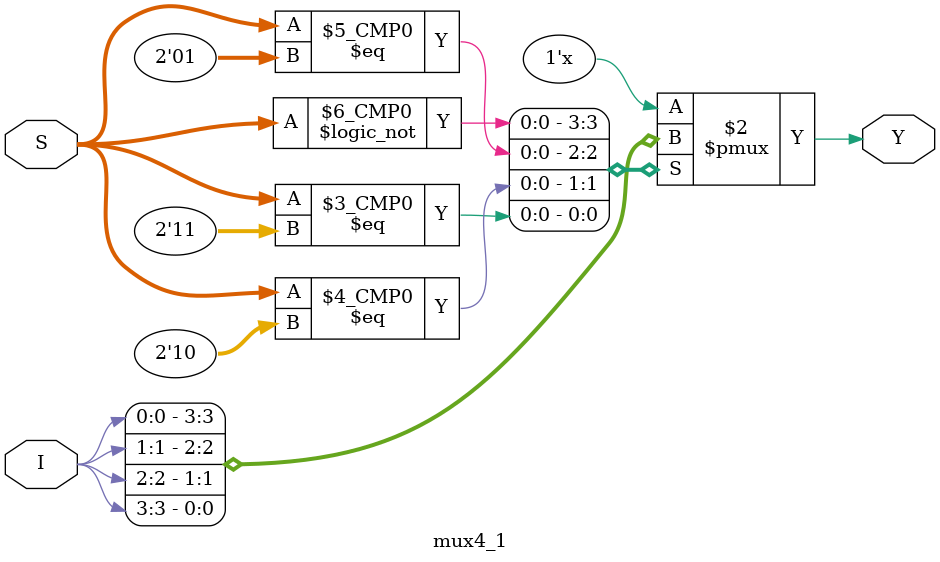
<source format=v>
`timescale 1ns / 1ps


module mux4_1(Y,S,I);
input [3:0]I;
input [1:0]S;
output reg Y;
always @ (*)
begin
case(S)
2'b00:Y=I[0];
2'b01:Y=I[1];
2'b10:Y=I[2];
2'b11:Y=I[3];
default:begin
end
endcase
end 
endmodule

</source>
